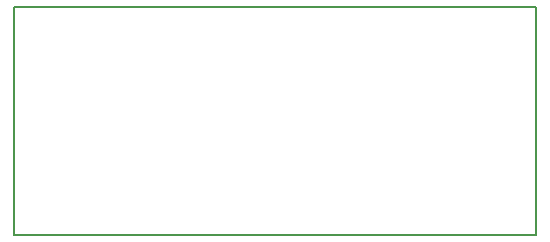
<source format=gm1>
G04 #@! TF.FileFunction,Profile,NP*
%FSLAX46Y46*%
G04 Gerber Fmt 4.6, Leading zero omitted, Abs format (unit mm)*
G04 Created by KiCad (PCBNEW 4.0.1-stable) date Wednesday, August 10, 2016 'PMt' 06:58:00 PM*
%MOMM*%
G01*
G04 APERTURE LIST*
%ADD10C,0.100000*%
%ADD11C,0.150000*%
G04 APERTURE END LIST*
D10*
D11*
X164300000Y-102760000D02*
X164330000Y-83390000D01*
X208510000Y-102730000D02*
X164300000Y-102730000D01*
X208520000Y-83390000D02*
X208510000Y-102730000D01*
X164290000Y-83390000D02*
X208510000Y-83390000D01*
M02*

</source>
